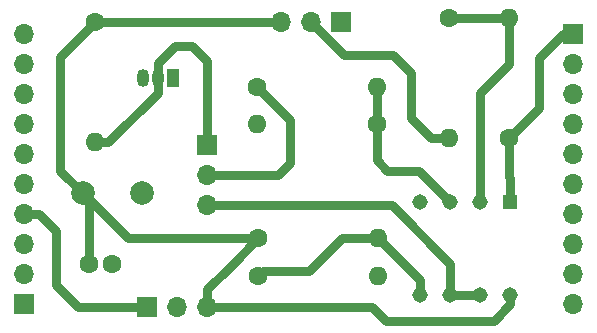
<source format=gbr>
%TF.GenerationSoftware,KiCad,Pcbnew,(5.1.7)-1*%
%TF.CreationDate,2020-12-07T21:31:33+00:00*%
%TF.ProjectId,AccCirc,41636343-6972-4632-9e6b-696361645f70,rev?*%
%TF.SameCoordinates,Original*%
%TF.FileFunction,Copper,L1,Top*%
%TF.FilePolarity,Positive*%
%FSLAX46Y46*%
G04 Gerber Fmt 4.6, Leading zero omitted, Abs format (unit mm)*
G04 Created by KiCad (PCBNEW (5.1.7)-1) date 2020-12-07 21:31:33*
%MOMM*%
%LPD*%
G01*
G04 APERTURE LIST*
%TA.AperFunction,ComponentPad*%
%ADD10O,1.700000X1.700000*%
%TD*%
%TA.AperFunction,ComponentPad*%
%ADD11R,1.700000X1.700000*%
%TD*%
%TA.AperFunction,ComponentPad*%
%ADD12C,2.000000*%
%TD*%
%TA.AperFunction,ComponentPad*%
%ADD13C,1.308000*%
%TD*%
%TA.AperFunction,ComponentPad*%
%ADD14R,1.308000X1.308000*%
%TD*%
%TA.AperFunction,ComponentPad*%
%ADD15R,1.050000X1.500000*%
%TD*%
%TA.AperFunction,ComponentPad*%
%ADD16O,1.050000X1.500000*%
%TD*%
%TA.AperFunction,ComponentPad*%
%ADD17O,1.600000X1.600000*%
%TD*%
%TA.AperFunction,ComponentPad*%
%ADD18C,1.600000*%
%TD*%
%TA.AperFunction,Conductor*%
%ADD19C,0.750000*%
%TD*%
G04 APERTURE END LIST*
D10*
%TO.P,J4,3*%
%TO.N,VDD*%
X46863000Y-50419000D03*
%TO.P,J4,2*%
%TO.N,GND*%
X44323000Y-50419000D03*
D11*
%TO.P,J4,1*%
%TO.N,Net-(J4-Pad1)*%
X41783000Y-50419000D03*
%TD*%
D12*
%TO.P,C1,2*%
%TO.N,GND*%
X41322000Y-40767000D03*
%TO.P,C1,1*%
%TO.N,VDD*%
X36322000Y-40767000D03*
%TD*%
D13*
%TO.P,U1,7*%
%TO.N,Net-(J3-Pad3)*%
X69977000Y-49401000D03*
%TO.P,U1,6*%
X67437000Y-49401000D03*
%TO.P,U1,8*%
%TO.N,VDD*%
X72517000Y-49401000D03*
%TO.P,U1,5*%
%TO.N,Net-(R6-Pad2)*%
X64897000Y-49401000D03*
D14*
%TO.P,U1,1*%
%TO.N,Net-(J2-Pad1)*%
X72517000Y-41531000D03*
D13*
%TO.P,U1,4*%
%TO.N,GND*%
X64897000Y-41531000D03*
%TO.P,U1,2*%
%TO.N,Net-(R1-Pad1)*%
X69977000Y-41531000D03*
%TO.P,U1,3*%
%TO.N,Net-(R3-Pad2)*%
X67437000Y-41531000D03*
%TD*%
D15*
%TO.P,U3,1*%
%TO.N,N/C*%
X43942000Y-30988000D03*
D16*
%TO.P,U3,3*%
%TO.N,GND*%
X41402000Y-30988000D03*
%TO.P,U3,2*%
%TO.N,Net-(J3-Pad1)*%
X42672000Y-30988000D03*
%TD*%
D17*
%TO.P,R7,2*%
%TO.N,GND*%
X61341000Y-47752000D03*
D18*
%TO.P,R7,1*%
%TO.N,Net-(R6-Pad2)*%
X51181000Y-47752000D03*
%TD*%
D17*
%TO.P,R6,2*%
%TO.N,Net-(R6-Pad2)*%
X61341000Y-44577000D03*
D18*
%TO.P,R6,1*%
%TO.N,VDD*%
X51181000Y-44577000D03*
%TD*%
D17*
%TO.P,R5,2*%
%TO.N,Net-(J3-Pad1)*%
X37338000Y-36449000D03*
D18*
%TO.P,R5,1*%
%TO.N,VDD*%
X37338000Y-26289000D03*
%TD*%
D17*
%TO.P,R4,2*%
%TO.N,GND*%
X51054000Y-34925000D03*
D18*
%TO.P,R4,1*%
%TO.N,Net-(R3-Pad2)*%
X61214000Y-34925000D03*
%TD*%
D17*
%TO.P,R3,2*%
%TO.N,Net-(R3-Pad2)*%
X61214000Y-31750000D03*
D18*
%TO.P,R3,1*%
%TO.N,Net-(J3-Pad2)*%
X51054000Y-31750000D03*
%TD*%
D17*
%TO.P,R2,2*%
%TO.N,Net-(R1-Pad1)*%
X72390000Y-25908000D03*
D18*
%TO.P,R2,1*%
%TO.N,Net-(J2-Pad1)*%
X72390000Y-36068000D03*
%TD*%
D17*
%TO.P,R1,2*%
%TO.N,Net-(J1-Pad2)*%
X67310000Y-36068000D03*
D18*
%TO.P,R1,1*%
%TO.N,Net-(R1-Pad1)*%
X67310000Y-25908000D03*
%TD*%
D10*
%TO.P,J5,10*%
%TO.N,Net-(J5-Pad10)*%
X31369000Y-27305000D03*
%TO.P,J5,9*%
%TO.N,Net-(J5-Pad9)*%
X31369000Y-29845000D03*
%TO.P,J5,8*%
%TO.N,Net-(J5-Pad8)*%
X31369000Y-32385000D03*
%TO.P,J5,7*%
%TO.N,Net-(J5-Pad7)*%
X31369000Y-34925000D03*
%TO.P,J5,6*%
%TO.N,Net-(J5-Pad6)*%
X31369000Y-37465000D03*
%TO.P,J5,5*%
%TO.N,Net-(J5-Pad5)*%
X31369000Y-40005000D03*
%TO.P,J5,4*%
%TO.N,Net-(J4-Pad1)*%
X31369000Y-42545000D03*
%TO.P,J5,3*%
%TO.N,Net-(J5-Pad3)*%
X31369000Y-45085000D03*
%TO.P,J5,2*%
%TO.N,Net-(J5-Pad2)*%
X31369000Y-47625000D03*
D11*
%TO.P,J5,1*%
%TO.N,GND*%
X31369000Y-50165000D03*
%TD*%
D10*
%TO.P,J3,3*%
%TO.N,Net-(J3-Pad3)*%
X46863000Y-41783000D03*
%TO.P,J3,2*%
%TO.N,Net-(J3-Pad2)*%
X46863000Y-39243000D03*
D11*
%TO.P,J3,1*%
%TO.N,Net-(J3-Pad1)*%
X46863000Y-36703000D03*
%TD*%
D10*
%TO.P,J2,10*%
%TO.N,Net-(J2-Pad10)*%
X77851000Y-50165000D03*
%TO.P,J2,9*%
%TO.N,Net-(J2-Pad9)*%
X77851000Y-47625000D03*
%TO.P,J2,8*%
%TO.N,Net-(J2-Pad8)*%
X77851000Y-45085000D03*
%TO.P,J2,7*%
%TO.N,Net-(J2-Pad7)*%
X77851000Y-42545000D03*
%TO.P,J2,6*%
%TO.N,Net-(J2-Pad6)*%
X77851000Y-40005000D03*
%TO.P,J2,5*%
%TO.N,Net-(J2-Pad5)*%
X77851000Y-37465000D03*
%TO.P,J2,4*%
%TO.N,Net-(J2-Pad4)*%
X77851000Y-34925000D03*
%TO.P,J2,3*%
%TO.N,Net-(J2-Pad3)*%
X77851000Y-32385000D03*
%TO.P,J2,2*%
%TO.N,Net-(J2-Pad2)*%
X77851000Y-29845000D03*
D11*
%TO.P,J2,1*%
%TO.N,Net-(J2-Pad1)*%
X77851000Y-27305000D03*
%TD*%
D10*
%TO.P,J1,3*%
%TO.N,VDD*%
X53086000Y-26289000D03*
%TO.P,J1,2*%
%TO.N,Net-(J1-Pad2)*%
X55626000Y-26289000D03*
D11*
%TO.P,J1,1*%
%TO.N,GND*%
X58166000Y-26289000D03*
%TD*%
D18*
%TO.P,C2,2*%
%TO.N,GND*%
X38830000Y-46736000D03*
%TO.P,C2,1*%
%TO.N,VDD*%
X36830000Y-46736000D03*
%TD*%
D19*
%TO.N,VDD*%
X51181000Y-44577000D02*
X45339000Y-44577000D01*
X51181000Y-44577000D02*
X48768000Y-46990000D01*
X40132000Y-44577000D02*
X45339000Y-44577000D01*
X36322000Y-40767000D02*
X40132000Y-44577000D01*
X36322000Y-40767000D02*
X34417000Y-38862000D01*
X34417000Y-29210000D02*
X37338000Y-26289000D01*
X34417000Y-38862000D02*
X34417000Y-29210000D01*
X37338000Y-26289000D02*
X53086000Y-26289000D01*
X46863000Y-48895000D02*
X48768000Y-46990000D01*
X46863000Y-50419000D02*
X46863000Y-48895000D01*
X36830000Y-41275000D02*
X36322000Y-40767000D01*
X36830000Y-46736000D02*
X36830000Y-41275000D01*
X46863000Y-50419000D02*
X60833000Y-50419000D01*
X60833000Y-50419000D02*
X61976000Y-51562000D01*
X61976000Y-51562000D02*
X71120000Y-51562000D01*
X72517000Y-50165000D02*
X72517000Y-49401000D01*
X71120000Y-51562000D02*
X72517000Y-50165000D01*
%TO.N,Net-(J1-Pad2)*%
X67310000Y-36068000D02*
X65786000Y-36068000D01*
X65786000Y-36068000D02*
X64135000Y-34417000D01*
X64135000Y-34417000D02*
X64135000Y-30607000D01*
X64135000Y-30607000D02*
X62611000Y-29083000D01*
X58420000Y-29083000D02*
X55626000Y-26289000D01*
X62611000Y-29083000D02*
X58420000Y-29083000D01*
%TO.N,Net-(J2-Pad1)*%
X77851000Y-27305000D02*
X76962000Y-27305000D01*
X76962000Y-27305000D02*
X74930000Y-29337000D01*
X74930000Y-33528000D02*
X72390000Y-36068000D01*
X74930000Y-29337000D02*
X74930000Y-33528000D01*
X72390000Y-36068000D02*
X72390000Y-39370000D01*
X72517000Y-39497000D02*
X72517000Y-41531000D01*
X72390000Y-39370000D02*
X72517000Y-39497000D01*
%TO.N,Net-(J3-Pad3)*%
X67437000Y-46736000D02*
X67437000Y-49401000D01*
X62484000Y-41783000D02*
X67437000Y-46736000D01*
X46863000Y-41783000D02*
X62484000Y-41783000D01*
X67437000Y-49401000D02*
X69977000Y-49401000D01*
%TO.N,Net-(J3-Pad2)*%
X46863000Y-39243000D02*
X52832000Y-39243000D01*
X52832000Y-39243000D02*
X53848000Y-38227000D01*
X53848000Y-34544000D02*
X51054000Y-31750000D01*
X53848000Y-38227000D02*
X53848000Y-34544000D01*
%TO.N,Net-(J3-Pad1)*%
X42672000Y-32246370D02*
X42672000Y-30988000D01*
X38469370Y-36449000D02*
X42672000Y-32246370D01*
X37338000Y-36449000D02*
X38469370Y-36449000D01*
X42672000Y-29738000D02*
X44089000Y-28321000D01*
X42672000Y-30988000D02*
X42672000Y-29738000D01*
X44089000Y-28321000D02*
X45593000Y-28321000D01*
X46863000Y-29591000D02*
X46863000Y-36703000D01*
X45593000Y-28321000D02*
X46863000Y-29591000D01*
%TO.N,Net-(R1-Pad1)*%
X67310000Y-25908000D02*
X72390000Y-25908000D01*
X72390000Y-25908000D02*
X72390000Y-29845000D01*
X72390000Y-29845000D02*
X69977000Y-32258000D01*
X69977000Y-32258000D02*
X69977000Y-41531000D01*
%TO.N,Net-(R3-Pad2)*%
X61214000Y-31750000D02*
X61214000Y-34925000D01*
X61214000Y-34925000D02*
X61214000Y-37973000D01*
X61214000Y-37973000D02*
X62103000Y-38862000D01*
X64768000Y-38862000D02*
X67437000Y-41531000D01*
X62103000Y-38862000D02*
X64768000Y-38862000D01*
%TO.N,Net-(R6-Pad2)*%
X64897000Y-48133000D02*
X61341000Y-44577000D01*
X64897000Y-49401000D02*
X64897000Y-48133000D01*
X61341000Y-44577000D02*
X58293000Y-44577000D01*
X58293000Y-44577000D02*
X55499000Y-47371000D01*
X51562000Y-47371000D02*
X51181000Y-47752000D01*
X55499000Y-47371000D02*
X51562000Y-47371000D01*
%TO.N,Net-(J4-Pad1)*%
X31369000Y-42545000D02*
X32639000Y-42545000D01*
X32639000Y-42545000D02*
X34036000Y-43942000D01*
X34036000Y-43942000D02*
X34036000Y-48514000D01*
X35941000Y-50419000D02*
X41783000Y-50419000D01*
X34036000Y-48514000D02*
X35941000Y-50419000D01*
%TD*%
M02*

</source>
